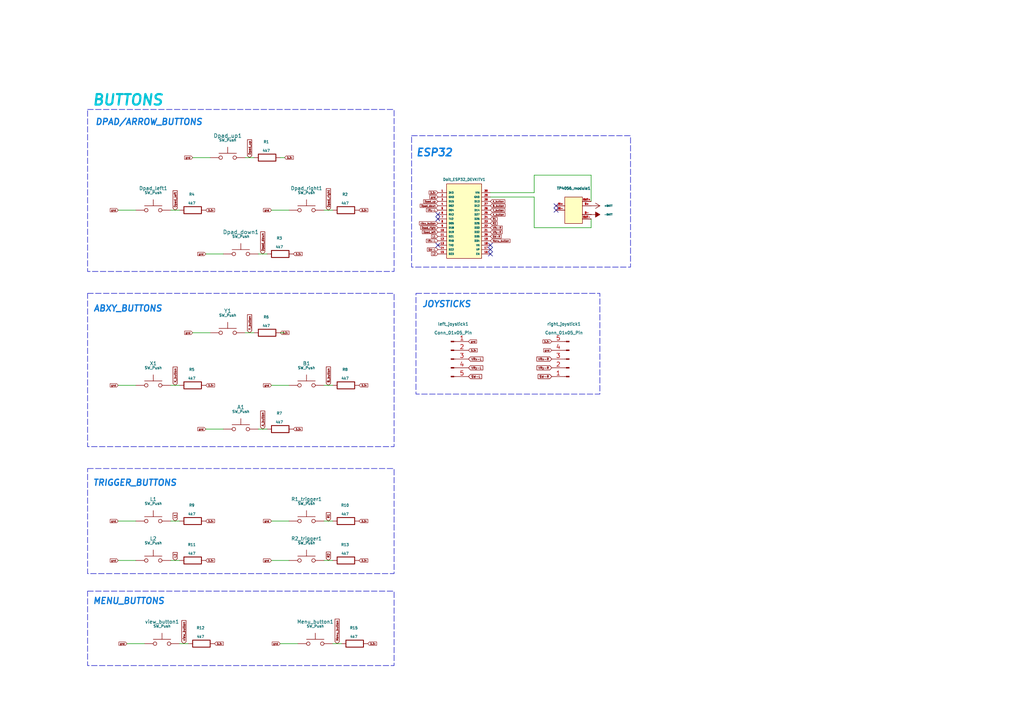
<source format=kicad_sch>
(kicad_sch (version 20231120) (generator "eeschema") (generator_version "8.0")
  (paper "A4")
  (title_block (title "HACKPAD") (date "2024-06-20") (rev "V1") (company "Shadow"))
  (lib_symbols
    (symbol "Connector:Conn_01x05_Pin" (pin_names (offset 1.016) hide)
      (property "Reference" "J" (at 0 7.62 0))
      (property "Value" "Conn_01x05_Pin" (at 0 -7.62 0))
      (symbol "Conn_01x05_Pin_1_1"
        (polyline (pts (xy 1.27 -5.08) (xy 0.8636 -5.08)) (stroke (width 0.1524)))
        (polyline (pts (xy 1.27 -2.54) (xy 0.8636 -2.54)) (stroke (width 0.1524)))
        (polyline (pts (xy 1.27 0) (xy 0.8636 0)) (stroke (width 0.1524)))
        (polyline (pts (xy 1.27 2.54) (xy 0.8636 2.54)) (stroke (width 0.1524)))
        (polyline (pts (xy 1.27 5.08) (xy 0.8636 5.08)) (stroke (width 0.1524)))
        (rectangle (start 0.8636 -4.953) (end 0 -5.207) (stroke (width 0.1524)) (fill (type outline)))
        (rectangle (start 0.8636 -2.413) (end 0 -2.667) (stroke (width 0.1524)) (fill (type outline)))
        (rectangle (start 0.8636 0.127) (end 0 -0.127) (stroke (width 0.1524)) (fill (type outline)))
        (rectangle (start 0.8636 2.667) (end 0 2.413) (stroke (width 0.1524)) (fill (type outline)))
        (rectangle (start 0.8636 5.207) (end 0 4.953) (stroke (width 0.1524)) (fill (type outline)))
        (pin passive line (at 5.08 5.08 180) (length 3.81) (name "Pin_1") (number "1"))
        (pin passive line (at 5.08 2.54 180) (length 3.81) (name "Pin_2") (number "2"))
        (pin passive line (at 5.08 0 180) (length 3.81) (name "Pin_3") (number "3"))
        (pin passive line (at 5.08 -2.54 180) (length 3.81) (name "Pin_4") (number "4"))
        (pin passive line (at 5.08 -5.08 180) (length 3.81) (name "Pin_5") (number "5"))
      )
    )
    (symbol "Device:R" (pin_numbers hide) (pin_names (offset 0))
      (property "Reference" "R" (at 2.032 0 90))
      (property "Value" "R" (at 0 0 90))
      (symbol "R_0_1"
        (rectangle (start -1.016 -2.54) (end 1.016 2.54) (stroke (width 0.254)))
      )
      (symbol "R_1_1"
        (pin passive line (at 0 3.81 270) (length 1.27) (name "~") (number "1"))
        (pin passive line (at 0 -3.81 90) (length 1.27) (name "~") (number "2"))
      )
    )
    (symbol "HACKPAD_V1:Doit_esp32_devkitv1"
      (property "Reference" "Doit_ESP32_DEVKITV1" (at 0 11.684 0))
      (symbol "Doit_esp32_devkitv1_1_1"
        (rectangle (start -5.08 10.16) (end 5.08 -11.43) (fill (type background)))
        (pin bidirectional line (at -7.62 7.62 0) (length 2.54) (name "3V3") (number "1"))
        (pin bidirectional line (at -7.62 -3.81 0) (length 2.54) (name "D19") (number "10"))
        (pin bidirectional line (at -7.62 -5.08 0) (length 2.54) (name "D21") (number "11"))
        (pin input line (at -7.62 -6.35 0) (length 2.54) (name "RX0") (number "12"))
        (pin output line (at -7.62 -7.62 0) (length 2.54) (name "TXO") (number "13"))
        (pin bidirectional line (at -7.62 -8.89 0) (length 2.54) (name "D22") (number "14"))
        (pin bidirectional line (at -7.62 -10.16 0) (length 2.54) (name "D23") (number "15"))
        (pin bidirectional line (at 7.62 -10.16 180) (length 2.54) (name "EN") (number "16"))
        (pin input line (at 7.62 -8.89 180) (length 2.54) (name "VP") (number "17"))
        (pin input line (at 7.62 -7.62 180) (length 2.54) (name "VN") (number "18"))
        (pin input line (at 7.62 -6.35 180) (length 2.54) (name "D34") (number "19"))
        (pin bidirectional line (at -7.62 6.35 0) (length 2.54) (name "GND") (number "2"))
        (pin input line (at 7.62 -5.08 180) (length 2.54) (name "D35") (number "20"))
        (pin bidirectional line (at 7.62 -3.81 180) (length 2.54) (name "D32") (number "21"))
        (pin bidirectional line (at 7.62 -2.54 180) (length 2.54) (name "D33") (number "22"))
        (pin bidirectional line (at 7.62 -1.27 180) (length 2.54) (name "D25") (number "23"))
        (pin bidirectional line (at 7.62 0 180) (length 2.54) (name "D26") (number "24"))
        (pin bidirectional line (at 7.62 1.27 180) (length 2.54) (name "D27") (number "25"))
        (pin bidirectional line (at 7.62 2.54 180) (length 2.54) (name "D14") (number "26"))
        (pin bidirectional line (at 7.62 3.81 180) (length 2.54) (name "D12") (number "27"))
        (pin bidirectional line (at 7.62 5.08 180) (length 2.54) (name "D13") (number "28"))
        (pin bidirectional line (at 7.62 6.35 180) (length 2.54) (name "GND") (number "29"))
        (pin bidirectional line (at -7.62 5.08 0) (length 2.54) (name "D15") (number "3"))
        (pin bidirectional line (at 7.62 7.62 180) (length 2.54) (name "VIN") (number "30"))
        (pin bidirectional line (at -7.62 3.81 0) (length 2.54) (name "D02") (number "4"))
        (pin bidirectional line (at -7.62 2.54 0) (length 2.54) (name "D04") (number "5"))
        (pin bidirectional line (at -7.62 1.27 0) (length 2.54) (name "RX2") (number "6"))
        (pin bidirectional line (at -7.62 0 0) (length 2.54) (name "TX2") (number "7"))
        (pin bidirectional line (at -7.62 -1.27 0) (length 2.54) (name "D05") (number "8"))
        (pin bidirectional line (at -7.62 -2.54 0) (length 2.54) (name "D18") (number "9"))
      )
    )
    (symbol "HACKPAD_V1:TP4056_module"
      (property "Reference" "TP4056_module" (at 0 4.318 0))
      (symbol "TP4056_module_0_1"
        (rectangle (start -2.54 2.54) (end 2.54 -5.127) (fill (type background)))
      )
      (symbol "TP4056_module_1_1"
        (pin bidirectional line (at 5.08 0 180) (length 2.54) (name "") (number "B+"))
        (pin bidirectional line (at 5.08 -2.54 180) (length 2.54) (name "") (number "B-"))
        (pin bidirectional line (at -5.08 0 0) (length 2.54) (name "") (number "IN+"))
        (pin bidirectional line (at -5.08 -1.27 0) (length 2.54) (name "") (number "IN-"))
        (pin bidirectional line (at 5.08 1.27 180) (length 2.54) (name "") (number "OUT+"))
        (pin bidirectional line (at 5.08 -3.81 180) (length 2.54) (name "") (number "OUT-"))
      )
    )
    (symbol "Switch:SW_Push" (pin_numbers hide) (pin_names (offset 1.016) hide)
      (property "Reference" "SW" (at 1.27 2.54 0))
      (property "Value" "SW_Push" (at 0 -1.524 0))
      (symbol "SW_Push_0_1"
        (circle (center -2.032 0) (radius 0.508))
        (polyline (pts (xy 0 1.27) (xy 0 3.048)))
        (polyline (pts (xy 2.54 1.27) (xy -2.54 1.27)))
        (circle (center 2.032 0) (radius 0.508))
        (pin passive line (at -5.08 0 0) (length 2.54) (name "1") (number "1"))
        (pin passive line (at 5.08 0 180) (length 2.54) (name "2") (number "2"))
      )
    )
    (symbol "power:+BATT" (power) (pin_numbers hide) (pin_names (offset 0) hide)
      (property "Value" "+BATT" (at 0 3.556 0))
      (symbol "+BATT_0_1"
        (polyline (pts (xy -0.762 1.27) (xy 0 2.54)))
        (polyline (pts (xy 0 0) (xy 0 2.54)))
        (polyline (pts (xy 0 2.54) (xy 0.762 1.27)))
      )
      (symbol "+BATT_1_1"
        (pin power_in line (at 0 0 90) (length 0) (name "~") (number "1"))
      )
    )
    (symbol "power:-BATT" (power) (pin_numbers hide) (pin_names (offset 0) hide)
      (property "Value" "-BATT" (at 0 3.556 0))
      (symbol "-BATT_0_1"
        (polyline (pts (xy 0 0) (xy 0 2.54)))
        (polyline (pts (xy 0.762 1.27) (xy -0.762 1.27) (xy 0 2.54) (xy 0.762 1.27)) (fill (type outline)))
      )
      (symbol "-BATT_1_1"
        (pin power_in line (at 0 0 90) (length 0) (name "~") (number "1"))
      )
    )
  )
  (no_connect (at 127 63.5))
  (no_connect (at 161.29 59.69))
  (no_connect (at 127 71.12))
  (no_connect (at 161.29 60.96))
  (no_connect (at 142.24 71.12))
  (no_connect (at 142.24 72.39))
  (no_connect (at 127 62.23))
  (no_connect (at 142.24 73.66))
  (wire (pts (xy 59.69 73.66) (xy 64.77 73.66)))
  (wire (pts (xy 81.28 45.72) (xy 82.55 45.72)))
  (wire (pts (xy 55.88 96.52) (xy 60.96 96.52)))
  (wire (pts (xy 154.94 57.15) (xy 142.24 57.15)))
  (wire (pts (xy 77.47 124.46) (xy 74.93 124.46)))
  (wire (pts (xy 77.47 73.66) (xy 74.93 73.66)))
  (wire (pts (xy 154.94 55.88) (xy 142.24 55.88)))
  (wire (pts (xy 36.83 186.69) (xy 41.91 186.69)))
  (wire (pts (xy 99.06 186.69) (xy 96.52 186.69)))
  (wire (pts (xy 34.29 60.96) (xy 39.37 60.96)))
  (wire (pts (xy 96.52 162.56) (xy 93.98 162.56)))
  (wire (pts (xy 34.29 151.13) (xy 39.37 151.13)))
  (wire (pts (xy 73.66 96.52) (xy 71.12 96.52)))
  (wire (pts (xy 82.55 96.52) (xy 81.28 96.52)))
  (wire (pts (xy 96.52 151.13) (xy 93.98 151.13)))
  (wire (pts (xy 78.74 162.56) (xy 83.82 162.56)))
  (wire (pts (xy 52.07 60.96) (xy 49.53 60.96)))
  (wire (pts (xy 96.52 111.76) (xy 93.98 111.76)))
  (wire (pts (xy 55.88 45.72) (xy 60.96 45.72)))
  (wire (pts (xy 78.74 60.96) (xy 83.82 60.96)))
  (wire (pts (xy 81.28 186.69) (xy 86.36 186.69)))
  (wire (pts (xy 52.07 151.13) (xy 49.53 151.13)))
  (wire (pts (xy 73.66 45.72) (xy 71.12 45.72)))
  (wire (pts (xy 78.74 111.76) (xy 83.82 111.76)))
  (wire (pts (xy 52.07 111.76) (xy 49.53 111.76)))
  (wire (pts (xy 52.07 162.56) (xy 49.53 162.56)))
  (wire (pts (xy 154.94 66.04) (xy 154.94 57.15)))
  (wire (pts (xy 171.45 63.5) (xy 171.45 66.04)))
  (wire (pts (xy 34.29 162.56) (xy 39.37 162.56)))
  (wire (pts (xy 59.69 124.46) (xy 64.77 124.46)))
  (wire (pts (xy 78.74 151.13) (xy 83.82 151.13)))
  (wire (pts (xy 96.52 60.96) (xy 93.98 60.96)))
  (wire (pts (xy 171.45 66.04) (xy 154.94 66.04)))
  (wire (pts (xy 154.94 50.8) (xy 154.94 55.88)))
  (wire (pts (xy 171.45 50.8) (xy 154.94 50.8)))
  (wire (pts (xy 34.29 111.76) (xy 39.37 111.76)))
  (wire (pts (xy 171.45 58.42) (xy 171.45 50.8)))
  (wire (pts (xy 54.61 186.69) (xy 52.07 186.69)))
  (rectangle (start 119.38 39.37) (end 182.88 77.47) (stroke (width 0) (type dash)))
  (rectangle (start 25.4 171.45) (end 114.3 193.04) (stroke (width 0) (type dash)))
  (rectangle (start 25.4 85.09) (end 114.3 129.54) (stroke (width 0) (type dash)))
  (rectangle (start 25.4 135.89) (end 114.3 166.37) (stroke (width 0) (type dash)))
  (rectangle (start 25.4 31.75) (end 114.3 78.74) (stroke (width 0) (type dash)))
  (rectangle (start 120.65 85.09) (end 173.99 114.3) (stroke (width 0) (type dash)))
  (text "ESP32\n" (at 125.984 44.45 0) (effects (font (size 2.159 2.159) (bold yes) (italic yes))))
  (text "ABXY_BUTTONS" (at 37.084 89.662 0) (effects (font (size 1.778 1.778) (bold yes) (italic yes))))
  (text "MENU_BUTTONS" (at 37.338 174.498 0) (effects (font (size 1.778 1.778) (bold yes) (italic yes))))
  (text "DPAD/ARROW_BUTTONS\n" (at 43.18 35.56 0) (effects (font (size 1.778 1.778) (bold yes) (italic yes))))
  (text "TRIGGER_BUTTONS" (at 39.116 140.208 0) (effects (font (size 1.778 1.778) (bold yes) (italic yes))))
  (text "BUTTONS" (at 37.084 29.21 0) (effects (font (size 3.048 3.048) (bold yes) (italic yes))))
  (text "JOYSTICKS\n" (at 129.54 88.392 0) (effects (font (size 1.778 1.778) (bold yes) (italic yes))))
  (global_label "R2" (shape input) (at 142.24 64.77 0) (effects (font (size 0.508 0.508))) (property "Intersheetrefs" "${INTERSHEET_REFS}" (effects (hide yes))))
  (global_label "Dpad_down" (shape input) (at 127 59.69 180) (effects (font (size 0.508 0.508))) (property "Intersheetrefs" "${INTERSHEET_REFS}" (effects (hide yes))))
  (global_label "3.3v" (shape input) (at 85.09 73.66 0) (effects (font (size 0.508 0.508))) (property "Intersheetrefs" "${INTERSHEET_REFS}" (effects (hide yes))))
  (global_label "L1" (shape input) (at 50.8 151.13 90) (effects (font (size 0.635 0.635))) (property "Intersheetrefs" "${INTERSHEET_REFS}" (effects (hide yes))))
  (global_label "3.3v" (shape input) (at 104.14 151.13 0) (effects (font (size 0.508 0.508))) (property "Intersheetrefs" "${INTERSHEET_REFS}" (effects (hide yes))))
  (global_label "3.3v" (shape input) (at 59.69 151.13 0) (effects (font (size 0.508 0.508))) (property "Intersheetrefs" "${INTERSHEET_REFS}" (effects (hide yes))))
  (global_label "L2" (shape input) (at 127 73.66 180) (effects (font (size 0.508 0.508))) (property "Intersheetrefs" "${INTERSHEET_REFS}" (effects (hide yes))))
  (global_label "Menu_button" (shape input) (at 142.24 69.85 0) (effects (font (size 0.508 0.508))) (property "Intersheetrefs" "${INTERSHEET_REFS}" (effects (hide yes))))
  (global_label "gnd" (shape input) (at 78.74 162.56 180) (effects (font (size 0.508 0.508))) (property "Intersheetrefs" "${INTERSHEET_REFS}" (effects (hide yes))))
  (global_label "Y_button" (shape input) (at 142.24 60.96 0) (effects (font (size 0.508 0.508))) (property "Intersheetrefs" "${INTERSHEET_REFS}" (effects (hide yes))))
  (global_label "3.3v" (shape input) (at 62.23 186.69 0) (effects (font (size 0.508 0.508))) (property "Intersheetrefs" "${INTERSHEET_REFS}" (effects (hide yes))))
  (global_label "X_button" (shape input) (at 142.24 62.23 0) (effects (font (size 0.508 0.508))) (property "Intersheetrefs" "${INTERSHEET_REFS}" (effects (hide yes))))
  (global_label "SW-R" (shape input) (at 160.02 109.22 180) (effects (font (size 0.635 0.635))) (property "Intersheetrefs" "${INTERSHEET_REFS}" (effects (hide yes))))
  (global_label "A_button" (shape input) (at 76.2 124.46 90) (effects (font (size 0.635 0.635))) (property "Intersheetrefs" "${INTERSHEET_REFS}" (effects (hide yes))))
  (global_label "view_button" (shape input) (at 127 64.77 180) (effects (font (size 0.508 0.508))) (property "Intersheetrefs" "${INTERSHEET_REFS}" (effects (hide yes))))
  (global_label "VRy-L" (shape input) (at 127 60.96 180) (effects (font (size 0.508 0.508))) (property "Intersheetrefs" "${INTERSHEET_REFS}" (effects (hide yes))))
  (global_label "VRx-L" (shape input) (at 127 69.85 180) (effects (font (size 0.508 0.508))) (property "Intersheetrefs" "${INTERSHEET_REFS}" (effects (hide yes))))
  (global_label "3.3v" (shape input) (at 81.28 96.52 0) (effects (font (size 0.508 0.508))) (property "Intersheetrefs" "${INTERSHEET_REFS}" (effects (hide yes))))
  (global_label "R2" (shape input) (at 95.25 162.56 90) (effects (font (size 0.635 0.635))) (property "Intersheetrefs" "${INTERSHEET_REFS}" (effects (hide yes))))
  (global_label "3.3v" (shape input) (at 127 55.88 180) (effects (font (size 0.508 0.508))) (property "Intersheetrefs" "${INTERSHEET_REFS}" (effects (hide yes))))
  (global_label "VRy-L" (shape input) (at 135.89 106.68 0) (effects (font (size 0.635 0.635))) (property "Intersheetrefs" "${INTERSHEET_REFS}" (effects (hide yes))))
  (global_label "B_button" (shape input) (at 95.25 111.76 90) (effects (font (size 0.635 0.635))) (property "Intersheetrefs" "${INTERSHEET_REFS}" (effects (hide yes))))
  (global_label "gnd" (shape input) (at 59.69 124.46 180) (effects (font (size 0.508 0.508))) (property "Intersheetrefs" "${INTERSHEET_REFS}" (effects (hide yes))))
  (global_label "A_button" (shape input) (at 142.24 58.42 0) (effects (font (size 0.508 0.508))) (property "Intersheetrefs" "${INTERSHEET_REFS}" (effects (hide yes))))
  (global_label "Dpad_up" (shape input) (at 72.39 45.72 90) (effects (font (size 0.635 0.635))) (property "Intersheetrefs" "${INTERSHEET_REFS}" (effects (hide yes))))
  (global_label "Dpad_down" (shape input) (at 76.2 73.66 90) (effects (font (size 0.635 0.635))) (property "Intersheetrefs" "${INTERSHEET_REFS}" (effects (hide yes))))
  (global_label "gnd" (shape input) (at 78.74 60.96 180) (effects (font (size 0.508 0.508))) (property "Intersheetrefs" "${INTERSHEET_REFS}" (effects (hide yes))))
  (global_label "Dpad_right" (shape input) (at 127 66.04 180) (effects (font (size 0.508 0.508))) (property "Intersheetrefs" "${INTERSHEET_REFS}" (effects (hide yes))))
  (global_label "3.3v" (shape input) (at 85.09 124.46 0) (effects (font (size 0.508 0.508))) (property "Intersheetrefs" "${INTERSHEET_REFS}" (effects (hide yes))))
  (global_label "gnd" (shape input) (at 78.74 151.13 180) (effects (font (size 0.508 0.508))) (property "Intersheetrefs" "${INTERSHEET_REFS}" (effects (hide yes))))
  (global_label "VRy-R" (shape input) (at 160.02 106.68 180) (effects (font (size 0.635 0.635))) (property "Intersheetrefs" "${INTERSHEET_REFS}" (effects (hide yes))))
  (global_label "VRx-R" (shape input) (at 160.02 104.14 180) (effects (font (size 0.635 0.635))) (property "Intersheetrefs" "${INTERSHEET_REFS}" (effects (hide yes))))
  (global_label "gnd" (shape input) (at 127 57.15 180) (effects (font (size 0.508 0.508))) (property "Intersheetrefs" "${INTERSHEET_REFS}" (effects (hide yes))))
  (global_label "3.3v" (shape input) (at 59.69 162.56 0) (effects (font (size 0.508 0.508))) (property "Intersheetrefs" "${INTERSHEET_REFS}" (effects (hide yes))))
  (global_label "gnd" (shape input) (at 34.29 60.96 180) (effects (font (size 0.508 0.508))) (property "Intersheetrefs" "${INTERSHEET_REFS}" (effects (hide yes))))
  (global_label "3.3v" (shape input) (at 59.69 111.76 0) (effects (font (size 0.508 0.508))) (property "Intersheetrefs" "${INTERSHEET_REFS}" (effects (hide yes))))
  (global_label "VRy-R" (shape input) (at 142.24 67.31 0) (effects (font (size 0.508 0.508))) (property "Intersheetrefs" "${INTERSHEET_REFS}" (effects (hide yes))))
  (global_label "L2" (shape input) (at 50.8 162.56 90) (effects (font (size 0.635 0.635))) (property "Intersheetrefs" "${INTERSHEET_REFS}" (effects (hide yes))))
  (global_label "gnd" (shape input) (at 160.02 101.6 180) (effects (font (size 0.508 0.508))) (property "Intersheetrefs" "${INTERSHEET_REFS}" (effects (hide yes))))
  (global_label "SW-L" (shape input) (at 135.89 109.22 0) (effects (font (size 0.635 0.635))) (property "Intersheetrefs" "${INTERSHEET_REFS}" (effects (hide yes))))
  (global_label "gnd" (shape input) (at 34.29 111.76 180) (effects (font (size 0.508 0.508))) (property "Intersheetrefs" "${INTERSHEET_REFS}" (effects (hide yes))))
  (global_label "gnd" (shape input) (at 55.88 96.52 180) (effects (font (size 0.508 0.508))) (property "Intersheetrefs" "${INTERSHEET_REFS}" (effects (hide yes))))
  (global_label "VRx-R" (shape input) (at 142.24 66.04 0) (effects (font (size 0.508 0.508))) (property "Intersheetrefs" "${INTERSHEET_REFS}" (effects (hide yes))))
  (global_label "3.3v" (shape input) (at 135.89 101.6 0) (effects (font (size 0.508 0.508))) (property "Intersheetrefs" "${INTERSHEET_REFS}" (effects (hide yes))))
  (global_label "SW-R" (shape input) (at 142.24 68.58 0) (effects (font (size 0.508 0.508))) (property "Intersheetrefs" "${INTERSHEET_REFS}" (effects (hide yes))))
  (global_label "Dpad_left" (shape input) (at 127 67.31 180) (effects (font (size 0.508 0.508))) (property "Intersheetrefs" "${INTERSHEET_REFS}" (effects (hide yes))))
  (global_label "gnd" (shape input) (at 34.29 151.13 180) (effects (font (size 0.508 0.508))) (property "Intersheetrefs" "${INTERSHEET_REFS}" (effects (hide yes))))
  (global_label "3.3v" (shape input) (at 160.02 99.06 180) (effects (font (size 0.508 0.508))) (property "Intersheetrefs" "${INTERSHEET_REFS}" (effects (hide yes))))
  (global_label "view_button" (shape input) (at 53.34 186.69 90) (effects (font (size 0.635 0.635))) (property "Intersheetrefs" "${INTERSHEET_REFS}" (effects (hide yes))))
  (global_label "3.3v" (shape input) (at 104.14 60.96 0) (effects (font (size 0.508 0.508))) (property "Intersheetrefs" "${INTERSHEET_REFS}" (effects (hide yes))))
  (global_label "3.3v" (shape input) (at 82.55 45.72 0) (effects (font (size 0.508 0.508))) (property "Intersheetrefs" "${INTERSHEET_REFS}" (effects (hide yes))))
  (global_label "3.3v" (shape input) (at 59.69 60.96 0) (effects (font (size 0.508 0.508))) (property "Intersheetrefs" "${INTERSHEET_REFS}" (effects (hide yes))))
  (global_label "3.3v" (shape input) (at 106.68 186.69 0) (effects (font (size 0.508 0.508))) (property "Intersheetrefs" "${INTERSHEET_REFS}" (effects (hide yes))))
  (global_label "gnd" (shape input) (at 59.69 73.66 180) (effects (font (size 0.508 0.508))) (property "Intersheetrefs" "${INTERSHEET_REFS}" (effects (hide yes))))
  (global_label "B_button" (shape input) (at 142.24 59.69 0) (effects (font (size 0.508 0.508))) (property "Intersheetrefs" "${INTERSHEET_REFS}" (effects (hide yes))))
  (global_label "3.3v" (shape input) (at 104.14 111.76 0) (effects (font (size 0.508 0.508))) (property "Intersheetrefs" "${INTERSHEET_REFS}" (effects (hide yes))))
  (global_label "gnd" (shape input) (at 34.29 162.56 180) (effects (font (size 0.508 0.508))) (property "Intersheetrefs" "${INTERSHEET_REFS}" (effects (hide yes))))
  (global_label "R1" (shape input) (at 95.25 151.13 90) (effects (font (size 0.635 0.635))) (property "Intersheetrefs" "${INTERSHEET_REFS}" (effects (hide yes))))
  (global_label "SW-L" (shape input) (at 127 72.39 180) (effects (font (size 0.508 0.508))) (property "Intersheetrefs" "${INTERSHEET_REFS}" (effects (hide yes))))
  (global_label "gnd" (shape input) (at 55.88 45.72 180) (effects (font (size 0.508 0.508))) (property "Intersheetrefs" "${INTERSHEET_REFS}" (effects (hide yes))))
  (global_label "Dpad_left" (shape input) (at 50.8 60.96 90) (effects (font (size 0.635 0.635))) (property "Intersheetrefs" "${INTERSHEET_REFS}" (effects (hide yes))))
  (global_label "gnd" (shape input) (at 78.74 111.76 180) (effects (font (size 0.508 0.508))) (property "Intersheetrefs" "${INTERSHEET_REFS}" (effects (hide yes))))
  (global_label "Dpad_right" (shape input) (at 95.25 60.96 90) (effects (font (size 0.635 0.635))) (property "Intersheetrefs" "${INTERSHEET_REFS}" (effects (hide yes))))
  (global_label "Menu_button" (shape input) (at 97.79 186.69 90) (effects (font (size 0.635 0.635))) (property "Intersheetrefs" "${INTERSHEET_REFS}" (effects (hide yes))))
  (global_label "3.3v" (shape input) (at 104.14 162.56 0) (effects (font (size 0.508 0.508))) (property "Intersheetrefs" "${INTERSHEET_REFS}" (effects (hide yes))))
  (global_label "R1" (shape input) (at 142.24 63.5 0) (effects (font (size 0.508 0.508))) (property "Intersheetrefs" "${INTERSHEET_REFS}" (effects (hide yes))))
  (global_label "L1" (shape input) (at 127 68.58 180) (effects (font (size 0.508 0.508))) (property "Intersheetrefs" "${INTERSHEET_REFS}" (effects (hide yes))))
  (global_label "gnd" (shape input) (at 81.28 186.69 180) (effects (font (size 0.508 0.508))) (property "Intersheetrefs" "${INTERSHEET_REFS}" (effects (hide yes))))
  (global_label "Dpad_up" (shape input) (at 127 58.42 180) (effects (font (size 0.508 0.508))) (property "Intersheetrefs" "${INTERSHEET_REFS}" (effects (hide yes))))
  (global_label "VRx-L" (shape input) (at 135.89 104.14 0) (effects (font (size 0.635 0.635))) (property "Intersheetrefs" "${INTERSHEET_REFS}" (effects (hide yes))))
  (global_label "gnd" (shape input) (at 36.83 186.69 180) (effects (font (size 0.508 0.508))) (property "Intersheetrefs" "${INTERSHEET_REFS}" (effects (hide yes))))
  (global_label "gnd" (shape input) (at 135.89 99.06 0) (effects (font (size 0.508 0.508))) (property "Intersheetrefs" "${INTERSHEET_REFS}" (effects (hide yes))))
  (global_label "Y_button" (shape input) (at 72.39 96.52 90) (effects (font (size 0.635 0.635))) (property "Intersheetrefs" "${INTERSHEET_REFS}" (effects (hide yes))))
  (global_label "X_button" (shape input) (at 50.8 111.76 90) (effects (font (size 0.635 0.635))) (property "Intersheetrefs" "${INTERSHEET_REFS}" (effects (hide yes))))
  (symbol (lib_id "Switch:SW_Push") (at 88.9 162.56 0) (unit 1)
    (property "Reference" "R2_trigger1" (at 88.9 156.21 0) (effects (font (size 1.016 1.016))))
    (property "Value" "SW_Push" (at 88.9 157.48 0) (effects (font (size 0.762 0.762))))
    (property "Footprint" "Connector_PinHeader_2.54mm:PinHeader_1x02_P2.54mm_Vertical" (effects (hide yes)))
    (property "Description" "Push button switch, generic, two pins" (effects (hide yes)))
  )
  (symbol (lib_id "Device:R") (at 58.42 186.69 90) (unit 1)
    (property "Reference" "R12" (at 58.166 182.118 90) (effects (font (size 0.762 0.762))))
    (property "Value" "4k7" (at 58.166 184.658 90) (effects (font (size 0.762 0.762))))
    (property "Footprint" "Resistor_THT:R_Axial_DIN0614_L14.3mm_D5.7mm_P15.24mm_Horizontal" (effects (hide yes)))
    (property "Description" "Resistor" (effects (hide yes)))
  )
  (symbol (lib_id "Switch:SW_Push") (at 88.9 111.76 0) (unit 1)
    (property "Reference" "B1" (at 88.9 105.41 0) (effects (font (size 1.016 1.016))))
    (property "Value" "SW_Push" (at 88.9 106.68 0) (effects (font (size 0.762 0.762))))
    (property "Footprint" "Button_Switch_THT:SW_PUSH-12mm" (effects (hide yes)))
    (property "Description" "Push button switch, generic, two pins" (effects (hide yes)))
  )
  (symbol (lib_id "Device:R") (at 100.33 162.56 90) (unit 1)
    (property "Reference" "R13" (at 100.076 157.988 90) (effects (font (size 0.762 0.762))))
    (property "Value" "4k7" (at 100.076 160.528 90) (effects (font (size 0.762 0.762))))
    (property "Footprint" "Resistor_THT:R_Axial_DIN0614_L14.3mm_D5.7mm_P15.24mm_Horizontal" (effects (hide yes)))
    (property "Description" "Resistor" (effects (hide yes)))
  )
  (symbol (lib_id "Switch:SW_Push") (at 44.45 162.56 0) (unit 1)
    (property "Reference" "L2" (at 44.45 156.21 0) (effects (font (size 1.016 1.016))))
    (property "Value" "SW_Push" (at 44.45 157.48 0) (effects (font (size 0.762 0.762))))
    (property "Footprint" "Connector_PinHeader_2.54mm:PinHeader_1x02_P2.54mm_Vertical" (effects (hide yes)))
    (property "Description" "Push button switch, generic, two pins" (effects (hide yes)))
  )
  (symbol (lib_id "Switch:SW_Push") (at 88.9 151.13 0) (unit 1)
    (property "Reference" "R1_trigger1" (at 88.9 144.78 0) (effects (font (size 1.016 1.016))))
    (property "Value" "SW_Push" (at 88.9 146.05 0) (effects (font (size 0.762 0.762))))
    (property "Footprint" "Connector_PinHeader_2.54mm:PinHeader_1x02_P2.54mm_Vertical" (effects (hide yes)))
    (property "Description" "Push button switch, generic, two pins" (effects (hide yes)))
  )
  (symbol (lib_id "Device:R") (at 81.28 73.66 90) (unit 1)
    (property "Reference" "R3" (at 81.026 69.088 90) (effects (font (size 0.762 0.762))))
    (property "Value" "4k7" (at 81.026 71.628 90) (effects (font (size 0.762 0.762))))
    (property "Footprint" "Resistor_THT:R_Axial_DIN0614_L14.3mm_D5.7mm_P15.24mm_Horizontal" (effects (hide yes)))
    (property "Description" "Resistor" (effects (hide yes)))
  )
  (symbol (lib_id "Switch:SW_Push") (at 44.45 60.96 0) (unit 1)
    (property "Reference" "Dpad_left1" (at 44.45 54.61 0) (effects (font (size 1.016 1.016))))
    (property "Value" "SW_Push" (at 44.45 55.88 0) (effects (font (size 0.762 0.762))))
    (property "Footprint" "Button_Switch_THT:SW_PUSH-12mm" (effects (hide yes)))
    (property "Description" "Push button switch, generic, two pins" (effects (hide yes)))
  )
  (symbol (lib_id "Switch:SW_Push") (at 91.44 186.69 0) (unit 1)
    (property "Reference" "Menu_button1" (at 91.44 180.34 0) (effects (font (size 1.016 1.016))))
    (property "Value" "SW_Push" (at 91.44 181.61 0) (effects (font (size 0.762 0.762))))
    (property "Footprint" "Button_Switch_THT:SW_PUSH-12mm" (effects (hide yes)))
    (property "Description" "Push button switch, generic, two pins" (effects (hide yes)))
  )
  (symbol (lib_id "Device:R") (at 81.28 124.46 90) (unit 1)
    (property "Reference" "R7" (at 81.026 119.888 90) (effects (font (size 0.762 0.762))))
    (property "Value" "4k7" (at 81.026 122.428 90) (effects (font (size 0.762 0.762))))
    (property "Footprint" "Resistor_THT:R_Axial_DIN0614_L14.3mm_D5.7mm_P15.24mm_Horizontal" (effects (hide yes)))
    (property "Description" "Resistor" (effects (hide yes)))
  )
  (symbol (lib_id "Device:R") (at 55.88 151.13 90) (unit 1)
    (property "Reference" "R9" (at 55.626 146.558 90) (effects (font (size 0.762 0.762))))
    (property "Value" "4k7" (at 55.626 149.098 90) (effects (font (size 0.762 0.762))))
    (property "Footprint" "Resistor_THT:R_Axial_DIN0614_L14.3mm_D5.7mm_P15.24mm_Horizontal" (effects (hide yes)))
    (property "Description" "Resistor" (effects (hide yes)))
  )
  (symbol (lib_id "Switch:SW_Push") (at 88.9 60.96 0) (unit 1)
    (property "Reference" "Dpad_right1" (at 88.9 54.61 0) (effects (font (size 1.016 1.016))))
    (property "Value" "SW_Push" (at 88.9 55.88 0) (effects (font (size 0.762 0.762))))
    (property "Footprint" "Button_Switch_THT:SW_PUSH-12mm" (effects (hide yes)))
    (property "Description" "Push button switch, generic, two pins" (effects (hide yes)))
  )
  (symbol (lib_id "HACKPAD_V1:Doit_esp32_devkitv1") (at 134.62 63.5 0) (unit 1)
    (property "Reference" "Doit_ESP32_DEVKITV1" (at 134.62 52.07 0) (effects (font (size 0.762 0.762))))
    (property "Footprint" "HACKPAD_V1:Doit_ESP32_DEVKITV1" (effects (hide yes)))
  )
  (symbol (lib_id "Device:R") (at 77.47 96.52 90) (unit 1)
    (property "Reference" "R6" (at 77.216 91.948 90) (effects (font (size 0.762 0.762))))
    (property "Value" "4k7" (at 77.216 94.488 90) (effects (font (size 0.762 0.762))))
    (property "Footprint" "Resistor_THT:R_Axial_DIN0614_L14.3mm_D5.7mm_P15.24mm_Horizontal" (effects (hide yes)))
    (property "Description" "Resistor" (effects (hide yes)))
  )
  (symbol (lib_id "power:-BATT") (at 171.45 62.23 270) (unit 1)
    (property "Reference" "#PWR034" (effects (hide yes)))
    (property "Value" "-BATT" (at 175.26 62.2299 90) (effects (font (size 0.508 0.508)) (justify left)))
    (property "Description" "Power symbol creates a global label with name \"-BATT\"" (effects (hide yes)))
  )
  (symbol (lib_id "Switch:SW_Push") (at 46.99 186.69 0) (unit 1)
    (property "Reference" "view_button1" (at 46.99 180.34 0) (effects (font (size 1.016 1.016))))
    (property "Value" "SW_Push" (at 46.99 181.61 0) (effects (font (size 0.762 0.762))))
    (property "Footprint" "Button_Switch_THT:SW_PUSH-12mm" (effects (hide yes)))
    (property "Description" "Push button switch, generic, two pins" (effects (hide yes)))
  )
  (symbol (lib_id "Device:R") (at 100.33 151.13 90) (unit 1)
    (property "Reference" "R10" (at 100.076 146.558 90) (effects (font (size 0.762 0.762))))
    (property "Value" "4k7" (at 100.076 149.098 90) (effects (font (size 0.762 0.762))))
    (property "Footprint" "Resistor_THT:R_Axial_DIN0614_L14.3mm_D5.7mm_P15.24mm_Horizontal" (effects (hide yes)))
    (property "Description" "Resistor" (effects (hide yes)))
  )
  (symbol (lib_id "Switch:SW_Push") (at 66.04 45.72 0) (unit 1)
    (property "Reference" "Dpad_up1" (at 66.04 39.37 0) (effects (font (size 1.1176 1.1176))))
    (property "Value" "SW_Push" (at 66.04 40.64 0) (effects (font (size 0.762 0.762))))
    (property "Footprint" "Button_Switch_THT:SW_PUSH-12mm" (effects (hide yes)))
    (property "Description" "Push button switch, generic, two pins" (effects (hide yes)))
  )
  (symbol (lib_id "Device:R") (at 100.33 111.76 90) (unit 1)
    (property "Reference" "R8" (at 100.076 107.188 90) (effects (font (size 0.762 0.762))))
    (property "Value" "4k7" (at 100.076 109.728 90) (effects (font (size 0.762 0.762))))
    (property "Footprint" "Resistor_THT:R_Axial_DIN0614_L14.3mm_D5.7mm_P15.24mm_Horizontal" (effects (hide yes)))
    (property "Description" "Resistor" (effects (hide yes)))
  )
  (symbol (lib_id "Switch:SW_Push") (at 69.85 124.46 0) (unit 1)
    (property "Reference" "A1" (at 69.85 118.11 0) (effects (font (size 1.1176 1.1176))))
    (property "Value" "SW_Push" (at 69.85 119.38 0) (effects (font (size 0.762 0.762))))
    (property "Footprint" "Button_Switch_THT:SW_PUSH-12mm" (effects (hide yes)))
    (property "Description" "Push button switch, generic, two pins" (effects (hide yes)))
  )
  (symbol (lib_id "Device:R") (at 55.88 111.76 90) (unit 1)
    (property "Reference" "R5" (at 55.626 107.188 90) (effects (font (size 0.762 0.762))))
    (property "Value" "4k7" (at 55.626 109.728 90) (effects (font (size 0.762 0.762))))
    (property "Footprint" "Resistor_THT:R_Axial_DIN0614_L14.3mm_D5.7mm_P15.24mm_Horizontal" (effects (hide yes)))
    (property "Description" "Resistor" (effects (hide yes)))
  )
  (symbol (lib_id "power:+BATT") (at 171.45 59.69 270) (unit 1)
    (property "Reference" "#PWR033" (effects (hide yes)))
    (property "Value" "+BATT" (at 175.26 59.6899 90) (effects (font (size 0.508 0.508)) (justify left)))
    (property "Description" "Power symbol creates a global label with name \"+BATT\"" (effects (hide yes)))
  )
  (symbol (lib_id "Switch:SW_Push") (at 66.04 96.52 0) (unit 1)
    (property "Reference" "Y1" (at 66.04 90.17 0) (effects (font (size 1.1176 1.1176))))
    (property "Value" "SW_Push" (at 66.04 91.44 0) (effects (font (size 0.762 0.762))))
    (property "Footprint" "Button_Switch_THT:SW_PUSH-12mm" (effects (hide yes)))
    (property "Description" "Push button switch, generic, two pins" (effects (hide yes)))
  )
  (symbol (lib_id "Switch:SW_Push") (at 69.85 73.66 0) (unit 1)
    (property "Reference" "Dpad_down1" (at 69.85 67.31 0) (effects (font (size 1.1176 1.1176))))
    (property "Value" "SW_Push" (at 69.85 68.58 0) (effects (font (size 0.762 0.762))))
    (property "Footprint" "Button_Switch_THT:SW_PUSH-12mm" (effects (hide yes)))
    (property "Description" "Push button switch, generic, two pins" (effects (hide yes)))
  )
  (symbol (lib_id "HACKPAD_V1:TP4056_module") (at 166.37 59.69 0) (unit 1)
    (property "Reference" "TP4056_module1" (at 166.3803 54.61 0) (effects (font (size 0.762 0.762))))
    (property "Footprint" "HACKPAD_V1:TP4056" (effects (hide yes)))
  )
  (symbol (lib_id "Connector:Conn_01x05_Pin") (at 130.81 104.14 0) (unit 1)
    (property "Reference" "left_joystick1" (at 131.445 93.98 0) (effects (font (size 0.889 0.889))))
    (property "Value" "Conn_01x05_Pin" (at 131.445 96.52 0) (effects (font (size 0.889 0.889))))
    (property "Footprint" "Connector_PinSocket_2.54mm:PinSocket_1x05_P2.54mm_Vertical" (effects (hide yes)))
    (property "Description" "Generic connector, single row, 01x05, script generated" (effects (hide yes)))
  )
  (symbol (lib_id "Switch:SW_Push") (at 44.45 111.76 0) (unit 1)
    (property "Reference" "X1" (at 44.45 105.41 0) (effects (font (size 1.016 1.016))))
    (property "Value" "SW_Push" (at 44.45 106.68 0) (effects (font (size 0.762 0.762))))
    (property "Footprint" "Button_Switch_THT:SW_PUSH-12mm" (effects (hide yes)))
    (property "Description" "Push button switch, generic, two pins" (effects (hide yes)))
  )
  (symbol (lib_id "Device:R") (at 55.88 162.56 90) (unit 1)
    (property "Reference" "R11" (at 55.626 157.988 90) (effects (font (size 0.762 0.762))))
    (property "Value" "4k7" (at 55.626 160.528 90) (effects (font (size 0.762 0.762))))
    (property "Footprint" "Resistor_THT:R_Axial_DIN0614_L14.3mm_D5.7mm_P15.24mm_Horizontal" (effects (hide yes)))
    (property "Description" "Resistor" (effects (hide yes)))
  )
  (symbol (lib_id "Device:R") (at 100.33 60.96 90) (unit 1)
    (property "Reference" "R2" (at 100.076 56.388 90) (effects (font (size 0.762 0.762))))
    (property "Value" "4k7" (at 100.076 58.928 90) (effects (font (size 0.762 0.762))))
    (property "Footprint" "Resistor_THT:R_Axial_DIN0614_L14.3mm_D5.7mm_P15.24mm_Horizontal" (effects (hide yes)))
    (property "Description" "Resistor" (effects (hide yes)))
  )
  (symbol (lib_id "Switch:SW_Push") (at 44.45 151.13 0) (unit 1)
    (property "Reference" "L1" (at 44.45 144.78 0) (effects (font (size 1.016 1.016))))
    (property "Value" "SW_Push" (at 44.45 146.05 0) (effects (font (size 0.762 0.762))))
    (property "Footprint" "Connector_PinHeader_2.54mm:PinHeader_1x02_P2.54mm_Vertical" (effects (hide yes)))
    (property "Description" "Push button switch, generic, two pins" (effects (hide yes)))
  )
  (symbol (lib_id "Device:R") (at 77.47 45.72 90) (unit 1)
    (property "Reference" "R1" (at 77.216 41.148 90) (effects (font (size 0.762 0.762))))
    (property "Value" "4k7" (at 77.216 43.688 90) (effects (font (size 0.762 0.762))))
    (property "Footprint" "Resistor_THT:R_Axial_DIN0614_L14.3mm_D5.7mm_P15.24mm_Horizontal" (effects (hide yes)))
    (property "Description" "Resistor" (effects (hide yes)))
  )
  (symbol (lib_id "Device:R") (at 102.87 186.69 90) (unit 1)
    (property "Reference" "R15" (at 102.616 182.118 90) (effects (font (size 0.762 0.762))))
    (property "Value" "4k7" (at 102.616 184.658 90) (effects (font (size 0.762 0.762))))
    (property "Footprint" "Resistor_THT:R_Axial_DIN0614_L14.3mm_D5.7mm_P15.24mm_Horizontal" (effects (hide yes)))
    (property "Description" "Resistor" (effects (hide yes)))
  )
  (symbol (lib_id "Connector:Conn_01x05_Pin") (at 165.1 104.14 180) (unit 1)
    (property "Reference" "right_joystick1" (at 163.576 93.98 0) (effects (font (size 0.889 0.889))))
    (property "Value" "Conn_01x05_Pin" (at 163.576 96.52 0) (effects (font (size 0.889 0.889))))
    (property "Footprint" "Connector_PinSocket_2.54mm:PinSocket_1x05_P2.54mm_Vertical" (effects (hide yes)))
    (property "Description" "Generic connector, single row, 01x05, script generated" (effects (hide yes)))
  )
  (symbol (lib_id "Device:R") (at 55.88 60.96 90) (unit 1)
    (property "Reference" "R4" (at 55.626 56.388 90) (effects (font (size 0.762 0.762))))
    (property "Value" "4k7" (at 55.626 58.928 90) (effects (font (size 0.762 0.762))))
    (property "Footprint" "Resistor_THT:R_Axial_DIN0614_L14.3mm_D5.7mm_P15.24mm_Horizontal" (effects (hide yes)))
    (property "Description" "Resistor" (effects (hide yes)))
  )
)
</source>
